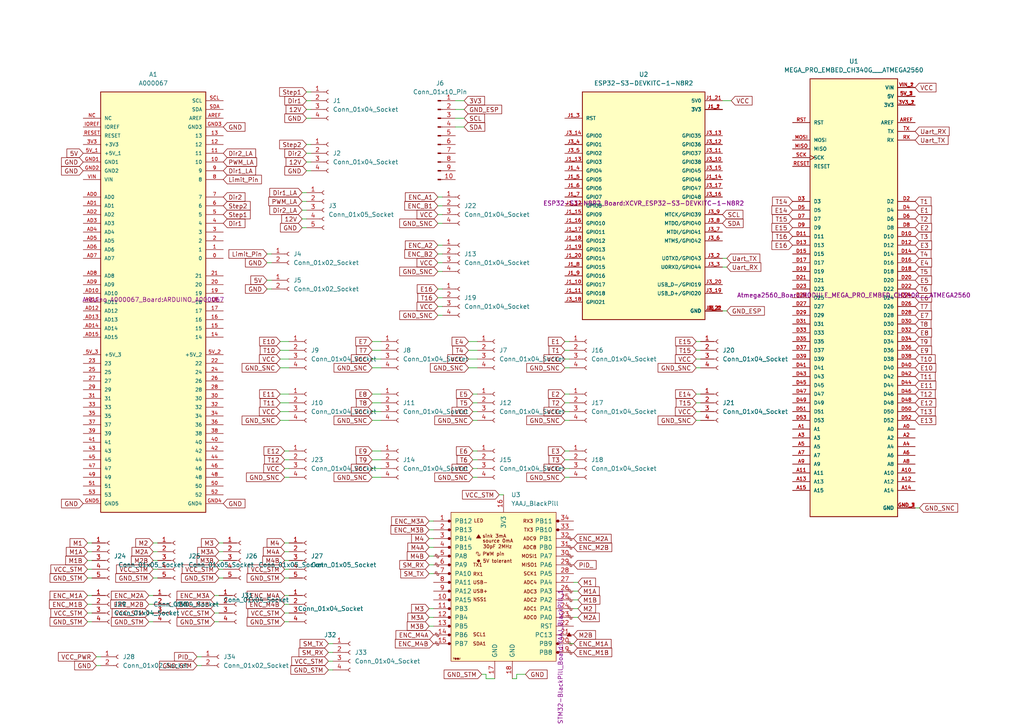
<source format=kicad_sch>
(kicad_sch (version 20230121) (generator eeschema)
  (paper "A4")
  (wire (pts (xy 132.08 34.29) (xy 134.62 34.29)))
  (wire (pts (xy 132.08 36.83) (xy 134.62 36.83)))
  (wire (pts (xy 44.45 162.56) (xy 45.72 162.56)))
  (wire (pts (xy 124.46 151.13) (xy 125.73 151.13)))
  (wire (pts (xy 107.95 106.68) (xy 110.49 106.68)))
  (wire (pts (xy 135.89 104.14) (xy 138.43 104.14)))
  (wire (pts (xy 266.7 147.32) (xy 265.43 147.32)))
  (wire (pts (xy 163.83 101.6) (xy 165.1 101.6)))
  (wire (pts (xy 43.18 177.8) (xy 44.45 177.8)))
  (wire (pts (xy 27.94 193.04) (xy 29.21 193.04)))
  (wire (pts (xy 25.4 180.34) (xy 26.67 180.34)))
  (wire (pts (xy 124.46 166.37) (xy 125.73 166.37)))
  (wire (pts (xy 43.18 175.26) (xy 44.45 175.26)))
  (wire (pts (xy 163.83 114.3) (xy 165.1 114.3)))
  (wire (pts (xy 25.4 162.56) (xy 26.67 162.56)))
  (wire (pts (xy 127 76.2) (xy 128.27 76.2)))
  (wire (pts (xy 82.55 180.34) (xy 83.82 180.34)))
  (wire (pts (xy 95.25 194.31) (xy 96.52 194.31)))
  (wire (pts (xy 44.45 157.48) (xy 45.72 157.48)))
  (wire (pts (xy 82.55 162.56) (xy 83.82 162.56)))
  (wire (pts (xy 107.95 104.14) (xy 110.49 104.14)))
  (wire (pts (xy 82.55 135.89) (xy 83.82 135.89)))
  (wire (pts (xy 127 57.15) (xy 128.27 57.15)))
  (wire (pts (xy 107.95 101.6) (xy 110.49 101.6)))
  (wire (pts (xy 87.63 55.88) (xy 88.9 55.88)))
  (wire (pts (xy 88.9 46.99) (xy 90.17 46.99)))
  (wire (pts (xy 81.28 121.92) (xy 83.82 121.92)))
  (wire (pts (xy 166.37 171.45) (xy 167.64 171.45)))
  (wire (pts (xy 81.28 104.14) (xy 83.82 104.14)))
  (wire (pts (xy 127 59.69) (xy 128.27 59.69)))
  (wire (pts (xy 127 88.9) (xy 128.27 88.9)))
  (wire (pts (xy 166.37 176.53) (xy 167.64 176.53)))
  (wire (pts (xy 63.5 167.64) (xy 64.77 167.64)))
  (wire (pts (xy 124.46 158.75) (xy 125.73 158.75)))
  (wire (pts (xy 165.1 186.69) (xy 166.37 186.69)))
  (wire (pts (xy 77.47 81.28) (xy 78.74 81.28)))
  (wire (pts (xy 163.83 116.84) (xy 165.1 116.84)))
  (wire (pts (xy 25.4 157.48) (xy 26.67 157.48)))
  (wire (pts (xy 77.47 73.66) (xy 78.74 73.66)))
  (wire (pts (xy 87.63 63.5) (xy 88.9 63.5)))
  (wire (pts (xy 82.55 130.81) (xy 83.82 130.81)))
  (wire (pts (xy 124.46 179.07) (xy 125.73 179.07)))
  (wire (pts (xy 107.95 116.84) (xy 110.49 116.84)))
  (wire (pts (xy 163.83 119.38) (xy 165.1 119.38)))
  (wire (pts (xy 140.97 195.58) (xy 140.97 196.85)))
  (wire (pts (xy 124.46 163.83) (xy 125.73 163.83)))
  (wire (pts (xy 44.45 160.02) (xy 45.72 160.02)))
  (wire (pts (xy 163.83 135.89) (xy 165.1 135.89)))
  (wire (pts (xy 57.15 190.5) (xy 58.42 190.5)))
  (wire (pts (xy 201.93 104.14) (xy 203.2 104.14)))
  (wire (pts (xy 27.94 190.5) (xy 29.21 190.5)))
  (wire (pts (xy 132.08 29.21) (xy 134.62 29.21)))
  (wire (pts (xy 137.16 114.3) (xy 138.43 114.3)))
  (wire (pts (xy 82.55 157.48) (xy 83.82 157.48)))
  (wire (pts (xy 63.5 157.48) (xy 64.77 157.48)))
  (wire (pts (xy 77.47 83.82) (xy 78.74 83.82)))
  (wire (pts (xy 88.9 60.96) (xy 87.63 60.96)))
  (wire (pts (xy 44.45 165.1) (xy 45.72 165.1)))
  (wire (pts (xy 140.97 196.85) (xy 143.51 196.85)))
  (wire (pts (xy 82.55 172.72) (xy 83.82 172.72)))
  (wire (pts (xy 209.55 29.21) (xy 212.09 29.21)))
  (wire (pts (xy 201.93 116.84) (xy 203.2 116.84)))
  (wire (pts (xy 25.4 177.8) (xy 26.67 177.8)))
  (wire (pts (xy 127 86.36) (xy 128.27 86.36)))
  (wire (pts (xy 82.55 165.1) (xy 83.82 165.1)))
  (wire (pts (xy 63.5 162.56) (xy 64.77 162.56)))
  (wire (pts (xy 88.9 31.75) (xy 90.17 31.75)))
  (wire (pts (xy 149.86 196.85) (xy 148.59 196.85)))
  (wire (pts (xy 163.83 130.81) (xy 165.1 130.81)))
  (wire (pts (xy 82.55 167.64) (xy 83.82 167.64)))
  (wire (pts (xy 152.4 195.58) (xy 149.86 195.58)))
  (wire (pts (xy 163.83 99.06) (xy 165.1 99.06)))
  (wire (pts (xy 166.37 168.91) (xy 167.64 168.91)))
  (wire (pts (xy 166.37 179.07) (xy 167.64 179.07)))
  (wire (pts (xy 88.9 41.91) (xy 90.17 41.91)))
  (wire (pts (xy 88.9 34.29) (xy 90.17 34.29)))
  (wire (pts (xy 25.4 160.02) (xy 26.67 160.02)))
  (wire (pts (xy 81.28 114.3) (xy 83.82 114.3)))
  (wire (pts (xy 137.16 119.38) (xy 138.43 119.38)))
  (wire (pts (xy 43.18 180.34) (xy 44.45 180.34)))
  (wire (pts (xy 107.95 138.43) (xy 110.49 138.43)))
  (wire (pts (xy 124.46 161.29) (xy 125.73 161.29)))
  (wire (pts (xy 57.15 193.04) (xy 58.42 193.04)))
  (wire (pts (xy 124.46 181.61) (xy 125.73 181.61)))
  (wire (pts (xy 25.4 165.1) (xy 26.67 165.1)))
  (wire (pts (xy 127 62.23) (xy 128.27 62.23)))
  (wire (pts (xy 127 71.12) (xy 128.27 71.12)))
  (wire (pts (xy 201.93 99.06) (xy 203.2 99.06)))
  (wire (pts (xy 81.28 106.68) (xy 83.82 106.68)))
  (wire (pts (xy 137.16 138.43) (xy 138.43 138.43)))
  (wire (pts (xy 87.63 66.04) (xy 88.9 66.04)))
  (wire (pts (xy 127 64.77) (xy 128.27 64.77)))
  (wire (pts (xy 137.16 130.81) (xy 138.43 130.81)))
  (wire (pts (xy 88.9 29.21) (xy 90.17 29.21)))
  (wire (pts (xy 201.93 106.68) (xy 203.2 106.68)))
  (wire (pts (xy 95.25 191.77) (xy 96.52 191.77)))
  (wire (pts (xy 81.28 116.84) (xy 83.82 116.84)))
  (wire (pts (xy 149.86 195.58) (xy 149.86 196.85)))
  (wire (pts (xy 62.23 177.8) (xy 63.5 177.8)))
  (wire (pts (xy 62.23 172.72) (xy 63.5 172.72)))
  (wire (pts (xy 137.16 133.35) (xy 138.43 133.35)))
  (wire (pts (xy 209.55 74.93) (xy 210.82 74.93)))
  (wire (pts (xy 127 83.82) (xy 128.27 83.82)))
  (wire (pts (xy 81.28 99.06) (xy 83.82 99.06)))
  (wire (pts (xy 209.55 77.47) (xy 210.82 77.47)))
  (wire (pts (xy 62.23 180.34) (xy 63.5 180.34)))
  (wire (pts (xy 127 91.44) (xy 128.27 91.44)))
  (wire (pts (xy 166.37 173.99) (xy 167.64 173.99)))
  (wire (pts (xy 25.4 175.26) (xy 26.67 175.26)))
  (wire (pts (xy 144.78 143.51) (xy 146.05 143.51)))
  (wire (pts (xy 163.83 106.68) (xy 165.1 106.68)))
  (wire (pts (xy 127 78.74) (xy 128.27 78.74)))
  (wire (pts (xy 82.55 160.02) (xy 83.82 160.02)))
  (wire (pts (xy 163.83 121.92) (xy 165.1 121.92)))
  (wire (pts (xy 81.28 119.38) (xy 83.82 119.38)))
  (wire (pts (xy 137.16 116.84) (xy 138.43 116.84)))
  (wire (pts (xy 107.95 135.89) (xy 110.49 135.89)))
  (wire (pts (xy 63.5 165.1) (xy 64.77 165.1)))
  (wire (pts (xy 25.4 167.64) (xy 26.67 167.64)))
  (wire (pts (xy 82.55 175.26) (xy 83.82 175.26)))
  (wire (pts (xy 107.95 130.81) (xy 110.49 130.81)))
  (wire (pts (xy 107.95 133.35) (xy 110.49 133.35)))
  (wire (pts (xy 135.89 106.68) (xy 138.43 106.68)))
  (wire (pts (xy 135.89 99.06) (xy 138.43 99.06)))
  (wire (pts (xy 124.46 153.67) (xy 125.73 153.67)))
  (wire (pts (xy 62.23 175.26) (xy 63.5 175.26)))
  (wire (pts (xy 132.08 31.75) (xy 134.62 31.75)))
  (wire (pts (xy 201.93 119.38) (xy 203.2 119.38)))
  (wire (pts (xy 95.25 186.69) (xy 96.52 186.69)))
  (wire (pts (xy 163.83 138.43) (xy 165.1 138.43)))
  (wire (pts (xy 44.45 167.64) (xy 45.72 167.64)))
  (wire (pts (xy 63.5 160.02) (xy 64.77 160.02)))
  (wire (pts (xy 135.89 101.6) (xy 138.43 101.6)))
  (wire (pts (xy 107.95 119.38) (xy 110.49 119.38)))
  (wire (pts (xy 43.18 172.72) (xy 44.45 172.72)))
  (wire (pts (xy 163.83 133.35) (xy 165.1 133.35)))
  (wire (pts (xy 87.63 58.42) (xy 88.9 58.42)))
  (wire (pts (xy 137.16 121.92) (xy 138.43 121.92)))
  (wire (pts (xy 25.4 172.72) (xy 26.67 172.72)))
  (wire (pts (xy 209.55 90.17) (xy 210.82 90.17)))
  (wire (pts (xy 88.9 49.53) (xy 90.17 49.53)))
  (wire (pts (xy 127 73.66) (xy 128.27 73.66)))
  (wire (pts (xy 140.97 195.58) (xy 139.7 195.58)))
  (wire (pts (xy 124.46 176.53) (xy 125.73 176.53)))
  (wire (pts (xy 201.93 114.3) (xy 203.2 114.3)))
  (wire (pts (xy 137.16 135.89) (xy 138.43 135.89)))
  (wire (pts (xy 82.55 133.35) (xy 83.82 133.35)))
  (wire (pts (xy 82.55 177.8) (xy 83.82 177.8)))
  (wire (pts (xy 163.83 104.14) (xy 165.1 104.14)))
  (wire (pts (xy 88.9 44.45) (xy 90.17 44.45)))
  (wire (pts (xy 201.93 101.6) (xy 203.2 101.6)))
  (wire (pts (xy 124.46 156.21) (xy 125.73 156.21)))
  (wire (pts (xy 88.9 26.67) (xy 90.17 26.67)))
  (wire (pts (xy 77.47 76.2) (xy 78.74 76.2)))
  (wire (pts (xy 95.25 189.23) (xy 96.52 189.23)))
  (wire (pts (xy 81.28 101.6) (xy 83.82 101.6)))
  (wire (pts (xy 107.95 121.92) (xy 110.49 121.92)))
  (wire (pts (xy 201.93 121.92) (xy 203.2 121.92)))
  (wire (pts (xy 107.95 114.3) (xy 110.49 114.3)))
  (wire (pts (xy 82.55 138.43) (xy 83.82 138.43)))
  (wire (pts (xy 107.95 99.06) (xy 110.49 99.06)))
  (global_label "GND" (shape input) (at 88.9 34.29 180) (property "Intersheetrefs" "${INTERSHEET_REFS}" (effects hide)))
  (global_label "GND_STM" (shape input) (at 44.45 167.64 180) (property "Intersheetrefs" "${INTERSHEET_REFS}" (effects hide)))
  (global_label "M2" (shape input) (at 44.45 157.48 180) (property "Intersheetrefs" "${INTERSHEET_REFS}" (effects hide)))
  (global_label "GND" (shape input) (at 77.47 76.2 180) (property "Intersheetrefs" "${INTERSHEET_REFS}" (effects hide)))
  (global_label "E8" (shape input) (at 107.95 114.3 180) (property "Intersheetrefs" "${INTERSHEET_REFS}" (effects hide)))
  (global_label "VCC" (shape input) (at 127 62.23 180) (property "Intersheetrefs" "${INTERSHEET_REFS}" (effects hide)))
  (global_label "Step1" (shape input) (at 64.77 62.23 0) (property "Intersheetrefs" "${INTERSHEET_REFS}" (effects hide)))
  (global_label "Dir2" (shape input) (at 88.9 44.45 180) (property "Intersheetrefs" "${INTERSHEET_REFS}" (effects hide)))
  (global_label "VCC_STM" (shape input) (at 82.55 165.1 180) (property "Intersheetrefs" "${INTERSHEET_REFS}" (effects hide)))
  (global_label "E14" (shape input) (at 201.93 114.3 180) (property "Intersheetrefs" "${INTERSHEET_REFS}" (effects hide)))
  (global_label "GND" (shape input) (at 152.4 195.58 0) (property "Intersheetrefs" "${INTERSHEET_REFS}" (effects hide)))
  (global_label "GND_SNC" (shape input) (at 163.83 121.92 180) (property "Intersheetrefs" "${INTERSHEET_REFS}" (effects hide)))
  (global_label "Uart_TX" (shape input) (at 265.43 40.64 0) (property "Intersheetrefs" "${INTERSHEET_REFS}" (effects hide)))
  (global_label "GND_STM" (shape input) (at 25.4 180.34 180) (property "Intersheetrefs" "${INTERSHEET_REFS}" (effects hide)))
  (global_label "T1" (shape input) (at 163.83 101.6 180) (property "Intersheetrefs" "${INTERSHEET_REFS}" (effects hide)))
  (global_label "Step2" (shape input) (at 88.9 41.91 180) (property "Intersheetrefs" "${INTERSHEET_REFS}" (effects hide)))
  (global_label "GND" (shape input) (at 27.94 193.04 180) (property "Intersheetrefs" "${INTERSHEET_REFS}" (effects hide)))
  (global_label "E12" (shape input) (at 265.43 116.84 0) (property "Intersheetrefs" "${INTERSHEET_REFS}" (effects hide)))
  (global_label "E7" (shape input) (at 265.43 91.44 0) (property "Intersheetrefs" "${INTERSHEET_REFS}" (effects hide)))
  (global_label "GND" (shape input) (at 88.9 49.53 180) (property "Intersheetrefs" "${INTERSHEET_REFS}" (effects hide)))
  (global_label "T9" (shape input) (at 107.95 133.35 180) (property "Intersheetrefs" "${INTERSHEET_REFS}" (effects hide)))
  (global_label "ENC_B1" (shape input) (at 127 59.69 180) (property "Intersheetrefs" "${INTERSHEET_REFS}" (effects hide)))
  (global_label "E4" (shape input) (at 265.43 76.2 0) (property "Intersheetrefs" "${INTERSHEET_REFS}" (effects hide)))
  (global_label "E5" (shape input) (at 265.43 81.28 0) (property "Intersheetrefs" "${INTERSHEET_REFS}" (effects hide)))
  (global_label "VCC" (shape input) (at 81.28 119.38 180) (property "Intersheetrefs" "${INTERSHEET_REFS}" (effects hide)))
  (global_label "ENC_A1" (shape input) (at 127 57.15 180) (property "Intersheetrefs" "${INTERSHEET_REFS}" (effects hide)))
  (global_label "T6" (shape input) (at 265.43 83.82 0) (property "Intersheetrefs" "${INTERSHEET_REFS}" (effects hide)))
  (global_label "T11" (shape input) (at 265.43 109.22 0) (property "Intersheetrefs" "${INTERSHEET_REFS}" (effects hide)))
  (global_label "VCC" (shape input) (at 163.83 135.89 180) (property "Intersheetrefs" "${INTERSHEET_REFS}" (effects hide)))
  (global_label "GND_SNC" (shape input) (at 107.95 121.92 180) (property "Intersheetrefs" "${INTERSHEET_REFS}" (effects hide)))
  (global_label "T12" (shape input) (at 82.55 133.35 180) (property "Intersheetrefs" "${INTERSHEET_REFS}" (effects hide)))
  (global_label "T15" (shape input) (at 201.93 101.6 180) (property "Intersheetrefs" "${INTERSHEET_REFS}" (effects hide)))
  (global_label "M3B" (shape input) (at 124.46 181.61 180) (property "Intersheetrefs" "${INTERSHEET_REFS}" (effects hide)))
  (global_label "VCC_PWR" (shape input) (at 27.94 190.5 180) (property "Intersheetrefs" "${INTERSHEET_REFS}" (effects hide)))
  (global_label "SCL" (shape input) (at 209.55 62.23 0) (property "Intersheetrefs" "${INTERSHEET_REFS}" (effects hide)))
  (global_label "E13" (shape input) (at 265.43 121.92 0) (property "Intersheetrefs" "${INTERSHEET_REFS}" (effects hide)))
  (global_label "GND_SNC" (shape input) (at 135.89 106.68 180) (property "Intersheetrefs" "${INTERSHEET_REFS}" (effects hide)))
  (global_label "Step2" (shape input) (at 64.77 59.69 0) (property "Intersheetrefs" "${INTERSHEET_REFS}" (effects hide)))
  (global_label "M1" (shape input) (at 25.4 157.48 180) (property "Intersheetrefs" "${INTERSHEET_REFS}" (effects hide)))
  (global_label "GND_STM" (shape input) (at 25.4 167.64 180) (property "Intersheetrefs" "${INTERSHEET_REFS}" (effects hide)))
  (global_label "ENC_M2A" (shape input) (at 166.37 156.21 0) (property "Intersheetrefs" "${INTERSHEET_REFS}" (effects hide)))
  (global_label "ENC_M2B" (shape input) (at 43.18 175.26 180) (property "Intersheetrefs" "${INTERSHEET_REFS}" (effects hide)))
  (global_label "Uart_RX" (shape input) (at 210.82 77.47 0) (property "Intersheetrefs" "${INTERSHEET_REFS}" (effects hide)))
  (global_label "E4" (shape input) (at 135.89 99.06 180) (property "Intersheetrefs" "${INTERSHEET_REFS}" (effects hide)))
  (global_label "Limit_Pin" (shape input) (at 77.47 73.66 180) (property "Intersheetrefs" "${INTERSHEET_REFS}" (effects hide)))
  (global_label "SDA" (shape input) (at 134.62 36.83 0) (property "Intersheetrefs" "${INTERSHEET_REFS}" (effects hide)))
  (global_label "VCC_STM" (shape input) (at 63.5 165.1 180) (property "Intersheetrefs" "${INTERSHEET_REFS}" (effects hide)))
  (global_label "M3" (shape input) (at 124.46 176.53 180) (property "Intersheetrefs" "${INTERSHEET_REFS}" (effects hide)))
  (global_label "GND_SNC" (shape input) (at 201.93 106.68 180) (property "Intersheetrefs" "${INTERSHEET_REFS}" (effects hide)))
  (global_label "Uart_RX" (shape input) (at 265.43 38.1 0) (property "Intersheetrefs" "${INTERSHEET_REFS}" (effects hide)))
  (global_label "T5" (shape input) (at 265.43 78.74 0) (property "Intersheetrefs" "${INTERSHEET_REFS}" (effects hide)))
  (global_label "M2B" (shape input) (at 44.45 162.56 180) (property "Intersheetrefs" "${INTERSHEET_REFS}" (effects hide)))
  (global_label "M4" (shape input) (at 124.46 156.21 180) (property "Intersheetrefs" "${INTERSHEET_REFS}" (effects hide)))
  (global_label "VCC" (shape input) (at 201.93 119.38 180) (property "Intersheetrefs" "${INTERSHEET_REFS}" (effects hide)))
  (global_label "SM_TX" (shape input) (at 95.25 186.69 180) (property "Intersheetrefs" "${INTERSHEET_REFS}" (effects hide)))
  (global_label "E10" (shape input) (at 81.28 99.06 180) (property "Intersheetrefs" "${INTERSHEET_REFS}" (effects hide)))
  (global_label "Dir1_LA" (shape input) (at 87.63 55.88 180) (property "Intersheetrefs" "${INTERSHEET_REFS}" (effects hide)) (property "PWM_LA" "PWM_LA" (effects hide)) (property "GND" "GND" (effects hide)) (property "12V" "12V" (effects hide)) (property "5V" "5V" (effects hide)) (property "Dir2" "Dir2" (effects hide)) (property "Dir1" "Dir1" (effects hide)) (property "Dir1_LA" "Dir1_LA" (effects hide)) (property "Limit_Pin" "Limit_Pin" (effects hide)) (property "Step1" "Step1" (effects hide)) (property "Step2" "Step2" (effects hide)) (property "3V3" "3V3" (effects hide)))
  (global_label "GND" (shape input) (at 24.13 46.99 180) (property "Intersheetrefs" "${INTERSHEET_REFS}" (effects hide)))
  (global_label "T5" (shape input) (at 137.16 116.84 180) (property "Intersheetrefs" "${INTERSHEET_REFS}" (effects hide)))
  (global_label "T15" (shape input) (at 229.87 63.5 180) (property "Intersheetrefs" "${INTERSHEET_REFS}" (effects hide)))
  (global_label "ENC_M2A" (shape input) (at 43.18 172.72 180) (property "Intersheetrefs" "${INTERSHEET_REFS}" (effects hide)))
  (global_label "T16" (shape input) (at 229.87 68.58 180) (property "Intersheetrefs" "${INTERSHEET_REFS}" (effects hide)))
  (global_label "GND_SNC" (shape input) (at 81.28 121.92 180) (property "Intersheetrefs" "${INTERSHEET_REFS}" (effects hide)))
  (global_label "M1B" (shape input) (at 25.4 162.56 180) (property "Intersheetrefs" "${INTERSHEET_REFS}" (effects hide)))
  (global_label "VCC" (shape input) (at 201.93 104.14 180) (property "Intersheetrefs" "${INTERSHEET_REFS}" (effects hide)))
  (global_label "GND_ESP" (shape input) (at 210.82 90.17 0) (property "Intersheetrefs" "${INTERSHEET_REFS}" (effects hide)))
  (global_label "M4A" (shape input) (at 124.46 158.75 180) (property "Intersheetrefs" "${INTERSHEET_REFS}" (effects hide)))
  (global_label "T9" (shape input) (at 265.43 99.06 0) (property "Intersheetrefs" "${INTERSHEET_REFS}" (effects hide)))
  (global_label "VCC" (shape input) (at 127 76.2 180) (property "Intersheetrefs" "${INTERSHEET_REFS}" (effects hide)))
  (global_label "T4" (shape input) (at 265.43 73.66 0) (property "Intersheetrefs" "${INTERSHEET_REFS}" (effects hide)))
  (global_label "GND_SNC" (shape input) (at 137.16 138.43 180) (property "Intersheetrefs" "${INTERSHEET_REFS}" (effects hide)))
  (global_label "Dir1_LA" (shape input) (at 64.77 49.53 0) (property "Intersheetrefs" "${INTERSHEET_REFS}" (effects hide)))
  (global_label "Limit_Pin" (shape input) (at 64.77 52.07 0) (property "Intersheetrefs" "${INTERSHEET_REFS}" (effects hide)))
  (global_label "M4B" (shape input) (at 82.55 162.56 180) (property "Intersheetrefs" "${INTERSHEET_REFS}" (effects hide)))
  (global_label "VCC" (shape input) (at 82.55 135.89 180) (property "Intersheetrefs" "${INTERSHEET_REFS}" (effects hide)))
  (global_label "E12" (shape input) (at 82.55 130.81 180) (property "Intersheetrefs" "${INTERSHEET_REFS}" (effects hide)))
  (global_label "T15" (shape input) (at 201.93 116.84 180) (property "Intersheetrefs" "${INTERSHEET_REFS}" (effects hide)))
  (global_label "E7" (shape input) (at 107.95 99.06 180) (property "Intersheetrefs" "${INTERSHEET_REFS}" (effects hide)))
  (global_label "GND_STM" (shape input) (at 57.15 193.04 180) (property "Intersheetrefs" "${INTERSHEET_REFS}" (effects hide)))
  (global_label "12V" (shape input) (at 87.63 63.5 180) (property "Intersheetrefs" "${INTERSHEET_REFS}" (effects hide)))
  (global_label "VCC_STM" (shape input) (at 144.78 143.51 180) (property "Intersheetrefs" "${INTERSHEET_REFS}" (effects hide)))
  (global_label "GND_SNC" (shape input) (at 137.16 121.92 180) (property "Intersheetrefs" "${INTERSHEET_REFS}" (effects hide)))
  (global_label "VCC" (shape input) (at 107.95 104.14 180) (property "Intersheetrefs" "${INTERSHEET_REFS}" (effects hide)))
  (global_label "GND_SNC" (shape input) (at 127 91.44 180) (property "Intersheetrefs" "${INTERSHEET_REFS}" (effects hide)))
  (global_label "ENC_M4A" (shape input) (at 82.55 172.72 180) (property "Intersheetrefs" "${INTERSHEET_REFS}" (effects hide)))
  (global_label "Dir1" (shape input) (at 64.77 64.77 0) (property "Intersheetrefs" "${INTERSHEET_REFS}" (effects hide)))
  (global_label "5V" (shape input) (at 24.13 44.45 180) (property "Intersheetrefs" "${INTERSHEET_REFS}" (effects hide)))
  (global_label "T16" (shape input) (at 127 86.36 180) (property "Intersheetrefs" "${INTERSHEET_REFS}" (effects hide)))
  (global_label "M3A" (shape input) (at 63.5 160.02 180) (property "Intersheetrefs" "${INTERSHEET_REFS}" (effects hide)))
  (global_label "T7" (shape input) (at 107.95 101.6 180) (property "Intersheetrefs" "${INTERSHEET_REFS}" (effects hide)))
  (global_label "VCC" (shape input) (at 137.16 119.38 180) (property "Intersheetrefs" "${INTERSHEET_REFS}" (effects hide)))
  (global_label "M4A" (shape input) (at 82.55 160.02 180) (property "Intersheetrefs" "${INTERSHEET_REFS}" (effects hide)))
  (global_label "E6" (shape input) (at 265.43 86.36 0) (property "Intersheetrefs" "${INTERSHEET_REFS}" (effects hide)))
  (global_label "M4" (shape input) (at 82.55 157.48 180) (property "Intersheetrefs" "${INTERSHEET_REFS}" (effects hide)))
  (global_label "T14" (shape input) (at 229.87 58.42 180) (property "Intersheetrefs" "${INTERSHEET_REFS}" (effects hide)))
  (global_label "VCC_STM" (shape input) (at 62.23 177.8 180) (property "Intersheetrefs" "${INTERSHEET_REFS}" (effects hide)))
  (global_label "M2A" (shape input) (at 44.45 160.02 180) (property "Intersheetrefs" "${INTERSHEET_REFS}" (effects hide)))
  (global_label "VCC_STM" (shape input) (at 25.4 177.8 180) (property "Intersheetrefs" "${INTERSHEET_REFS}" (effects hide)))
  (global_label "VCC_STM" (shape input) (at 44.45 165.1 180) (property "Intersheetrefs" "${INTERSHEET_REFS}" (effects hide)))
  (global_label "GND_SNC" (shape input) (at 127 78.74 180) (property "Intersheetrefs" "${INTERSHEET_REFS}" (effects hide)))
  (global_label "VCC" (shape input) (at 265.43 25.4 0) (property "Intersheetrefs" "${INTERSHEET_REFS}" (effects hide)))
  (global_label "VCC_STM" (shape input) (at 43.18 177.8 180) (property "Intersheetrefs" "${INTERSHEET_REFS}" (effects hide)))
  (global_label "M3A" (shape input) (at 124.46 179.07 180) (property "Intersheetrefs" "${INTERSHEET_REFS}" (effects hide)))
  (global_label "T1" (shape input) (at 265.43 58.42 0) (property "Intersheetrefs" "${INTERSHEET_REFS}" (effects hide)))
  (global_label "GND_STM" (shape input) (at 62.23 180.34 180) (property "Intersheetrefs" "${INTERSHEET_REFS}" (effects hide)))
  (global_label "VCC" (shape input) (at 137.16 135.89 180) (property "Intersheetrefs" "${INTERSHEET_REFS}" (effects hide)))
  (global_label "GND_SNC" (shape input) (at 163.83 138.43 180) (property "Intersheetrefs" "${INTERSHEET_REFS}" (effects hide)))
  (global_label "GND_STM" (shape input) (at 82.55 167.64 180) (property "Intersheetrefs" "${INTERSHEET_REFS}" (effects hide)))
  (global_label "M2A" (shape input) (at 167.64 179.07 0) (property "Intersheetrefs" "${INTERSHEET_REFS}" (effects hide)))
  (global_label "GND_SNC" (shape input) (at 81.28 106.68 180) (property "Intersheetrefs" "${INTERSHEET_REFS}" (effects hide)))
  (global_label "Uart_TX" (shape input) (at 210.82 74.93 0) (property "Intersheetrefs" "${INTERSHEET_REFS}" (effects hide)))
  (global_label "PID_" (shape input) (at 166.37 163.83 0) (property "Intersheetrefs" "${INTERSHEET_REFS}" (effects hide)))
  (global_label "SCL" (shape input) (at 134.62 34.29 0) (property "Intersheetrefs" "${INTERSHEET_REFS}" (effects hide)))
  (global_label "GND_SNC" (shape input) (at 201.93 121.92 180) (property "Intersheetrefs" "${INTERSHEET_REFS}" (effects hide)))
  (global_label "T10" (shape input) (at 81.28 101.6 180) (property "Intersheetrefs" "${INTERSHEET_REFS}" (effects hide)))
  (global_label "ENC_A2" (shape input) (at 127 71.12 180) (property "Intersheetrefs" "${INTERSHEET_REFS}" (effects hide)))
  (global_label "T13" (shape input) (at 265.43 119.38 0) (property "Intersheetrefs" "${INTERSHEET_REFS}" (effects hide)))
  (global_label "PWM_LA" (shape input) (at 64.77 46.99 0) (property "Intersheetrefs" "${INTERSHEET_REFS}" (effects hide)))
  (global_label "M3" (shape input) (at 63.5 157.48 180) (property "Intersheetrefs" "${INTERSHEET_REFS}" (effects hide)))
  (global_label "GND_STM" (shape input) (at 63.5 167.64 180) (property "Intersheetrefs" "${INTERSHEET_REFS}" (effects hide)))
  (global_label "ENC_M4B" (shape input) (at 82.55 175.26 180) (property "Intersheetrefs" "${INTERSHEET_REFS}" (effects hide)))
  (global_label "E14" (shape input) (at 229.87 60.96 180) (property "Intersheetrefs" "${INTERSHEET_REFS}" (effects hide)))
  (global_label "T2" (shape input) (at 265.43 63.5 0) (property "Intersheetrefs" "${INTERSHEET_REFS}" (effects hide)))
  (global_label "T8" (shape input) (at 107.95 116.84 180) (property "Intersheetrefs" "${INTERSHEET_REFS}" (effects hide)))
  (global_label "M1A" (shape input) (at 167.64 171.45 0) (property "Intersheetrefs" "${INTERSHEET_REFS}" (effects hide)))
  (global_label "VCC" (shape input) (at 127 88.9 180) (property "Intersheetrefs" "${INTERSHEET_REFS}" (effects hide)))
  (global_label "E3" (shape input) (at 265.43 71.12 0) (property "Intersheetrefs" "${INTERSHEET_REFS}" (effects hide)))
  (global_label "5V" (shape input) (at 77.47 81.28 180) (property "Intersheetrefs" "${INTERSHEET_REFS}" (effects hide)))
  (global_label "VCC_STM" (shape input) (at 95.25 191.77 180) (property "Intersheetrefs" "${INTERSHEET_REFS}" (effects hide)))
  (global_label "ENC_M1A" (shape input) (at 166.37 186.69 0) (property "Intersheetrefs" "${INTERSHEET_REFS}" (effects hide)))
  (global_label "Dir2_LA" (shape input) (at 64.77 44.45 0) (property "Intersheetrefs" "${INTERSHEET_REFS}" (effects hide)))
  (global_label "E5" (shape input) (at 137.16 114.3 180) (property "Intersheetrefs" "${INTERSHEET_REFS}" (effects hide)))
  (global_label "SM_RX" (shape input) (at 95.25 189.23 180) (property "Intersheetrefs" "${INTERSHEET_REFS}" (effects hide)))
  (global_label "E1" (shape input) (at 265.43 60.96 0) (property "Intersheetrefs" "${INTERSHEET_REFS}" (effects hide)))
  (global_label "E11" (shape input) (at 265.43 111.76 0) (property "Intersheetrefs" "${INTERSHEET_REFS}" (effects hide)))
  (global_label "GND_SNC" (shape input) (at 266.7 147.32 0) (property "Intersheetrefs" "${INTERSHEET_REFS}" (effects hide)))
  (global_label "ENC_M3B" (shape input) (at 124.46 153.67 180) (property "Intersheetrefs" "${INTERSHEET_REFS}" (effects hide)))
  (global_label "VCC" (shape input) (at 163.83 119.38 180) (property "Intersheetrefs" "${INTERSHEET_REFS}" (effects hide)))
  (global_label "E2" (shape input) (at 265.43 66.04 0) (property "Intersheetrefs" "${INTERSHEET_REFS}" (effects hide)))
  (global_label "3V3" (shape input) (at 134.62 29.21 0) (property "Intersheetrefs" "${INTERSHEET_REFS}" (effects hide)))
  (global_label "M4B" (shape input) (at 124.46 161.29 180) (property "Intersheetrefs" "${INTERSHEET_REFS}" (effects hide)))
  (global_label "M1B" (shape input) (at 167.64 173.99 0) (property "Intersheetrefs" "${INTERSHEET_REFS}" (effects hide)))
  (global_label "GND" (shape input) (at 64.77 36.83 0) (property "Intersheetrefs" "${INTERSHEET_REFS}" (effects hide)))
  (global_label "VCC_STM" (shape input) (at 25.4 165.1 180) (property "Intersheetrefs" "${INTERSHEET_REFS}" (effects hide)))
  (global_label "GND_SNC" (shape input) (at 107.95 138.43 180) (property "Intersheetrefs" "${INTERSHEET_REFS}" (effects hide)))
  (global_label "ENC_B2" (shape input) (at 127 73.66 180) (property "Intersheetrefs" "${INTERSHEET_REFS}" (effects hide)))
  (global_label "GND" (shape input) (at 77.47 83.82 180) (property "Intersheetrefs" "${INTERSHEET_REFS}" (effects hide)))
  (global_label "ENC_M1B" (shape input) (at 166.37 189.23 0) (property "Intersheetrefs" "${INTERSHEET_REFS}" (effects hide)))
  (global_label "T12" (shape input) (at 265.43 114.3 0) (property "Intersheetrefs" "${INTERSHEET_REFS}" (effects hide)))
  (global_label "T7" (shape input) (at 265.43 88.9 0) (property "Intersheetrefs" "${INTERSHEET_REFS}" (effects hide)))
  (global_label "E15" (shape input) (at 229.87 66.04 180) (property "Intersheetrefs" "${INTERSHEET_REFS}" (effects hide)))
  (global_label "GND_STM" (shape input) (at 139.7 195.58 180) (property "Intersheetrefs" "${INTERSHEET_REFS}" (effects hide)))
  (global_label "VCC" (shape input) (at 107.95 119.38 180) (property "Intersheetrefs" "${INTERSHEET_REFS}" (effects hide)))
  (global_label "Dir2_LA" (shape input) (at 87.63 60.96 180) (property "Intersheetrefs" "${INTERSHEET_REFS}" (effects hide)))
  (global_label "ENC_M1A" (shape input) (at 25.4 172.72 180) (property "Intersheetrefs" "${INTERSHEET_REFS}" (effects hide)))
  (global_label "E9" (shape input) (at 107.95 130.81 180) (property "Intersheetrefs" "${INTERSHEET_REFS}" (effects hide)))
  (global_label "12V" (shape input) (at 88.9 46.99 180) (property "Intersheetrefs" "${INTERSHEET_REFS}" (effects hide)))
  (global_label "VCC" (shape input) (at 107.95 135.89 180) (property "Intersheetrefs" "${INTERSHEET_REFS}" (effects hide)))
  (global_label "VCC" (shape input) (at 81.28 104.14 180) (property "Intersheetrefs" "${INTERSHEET_REFS}" (effects hide)))
  (global_label "T4" (shape input) (at 135.89 101.6 180) (property "Intersheetrefs" "${INTERSHEET_REFS}" (effects hide)))
  (global_label "GND" (shape input) (at 24.13 146.05 180) (property "Intersheetrefs" "${INTERSHEET_REFS}" (effects hide)))
  (global_label "E11" (shape input) (at 81.28 114.3 180) (property "Intersheetrefs" "${INTERSHEET_REFS}" (effects hide)))
  (global_label "Step1" (shape input) (at 88.9 26.67 180) (property "Intersheetrefs" "${INTERSHEET_REFS}" (effects hide)))
  (global_label "T3" (shape input) (at 265.43 68.58 0) (property "Intersheetrefs" "${INTERSHEET_REFS}" (effects hide)))
  (global_label "T3" (shape input) (at 163.83 133.35 180) (property "Intersheetrefs" "${INTERSHEET_REFS}" (effects hide)))
  (global_label "M3B" (shape input) (at 63.5 162.56 180) (property "Intersheetrefs" "${INTERSHEET_REFS}" (effects hide)))
  (global_label "E2" (shape input) (at 163.83 114.3 180) (property "Intersheetrefs" "${INTERSHEET_REFS}" (effects hide)))
  (global_label "E9" (shape input) (at 265.43 101.6 0) (property "Intersheetrefs" "${INTERSHEET_REFS}" (effects hide)))
  (global_label "GND_STM" (shape input) (at 95.25 194.31 180) (property "Intersheetrefs" "${INTERSHEET_REFS}" (effects hide)))
  (global_label "M2B" (shape input) (at 166.37 184.15 0) (property "Intersheetrefs" "${INTERSHEET_REFS}" (effects hide)))
  (global_label "M1A" (shape input) (at 25.4 160.02 180) (property "Intersheetrefs" "${INTERSHEET_REFS}" (effects hide)))
  (global_label "SDA" (shape input) (at 209.55 64.77 0) (property "Intersheetrefs" "${INTERSHEET_REFS}" (effects hide)))
  (global_label "E8" (shape input) (at 265.43 96.52 0) (property "Intersheetrefs" "${INTERSHEET_REFS}" (effects hide)))
  (global_label "GND" (shape input) (at 24.13 49.53 180) (property "Intersheetrefs" "${INTERSHEET_REFS}" (effects hide)))
  (global_label "ENC_M4A" (shape input) (at 125.73 184.15 180) (property "Intersheetrefs" "${INTERSHEET_REFS}" (effects hide)))
  (global_label "GND_SNC" (shape input) (at 163.83 106.68 180) (property "Intersheetrefs" "${INTERSHEET_REFS}" (effects hide)))
  (global_label "PID_" (shape input) (at 57.15 190.5 180) (property "Intersheetrefs" "${INTERSHEET_REFS}" (effects hide)))
  (global_label "E15" (shape input) (at 201.93 99.06 180) (property "Intersheetrefs" "${INTERSHEET_REFS}" (effects hide)))
  (global_label "12V" (shape input) (at 88.9 31.75 180) (property "Intersheetrefs" "${INTERSHEET_REFS}" (effects hide)))
  (global_label "PWM_LA" (shape input) (at 87.63 58.42 180) (property "Intersheetrefs" "${INTERSHEET_REFS}" (effects hide)))
  (global_label "SM_RX" (shape input) (at 124.46 163.83 180) (property "Intersheetrefs" "${INTERSHEET_REFS}" (effects hide)))
  (global_label "Dir2" (shape input) (at 64.77 57.15 0) (property "Intersheetrefs" "${INTERSHEET_REFS}" (effects hide)))
  (global_label "VCC" (shape input) (at 163.83 104.14 180) (property "Intersheetrefs" "${INTERSHEET_REFS}" (effects hide)))
  (global_label "E16" (shape input) (at 229.87 71.12 180) (property "Intersheetrefs" "${INTERSHEET_REFS}" (effects hide)))
  (global_label "ENC_M2B" (shape input) (at 166.37 158.75 0) (property "Intersheetrefs" "${INTERSHEET_REFS}" (effects hide)))
  (global_label "T6" (shape input) (at 137.16 133.35 180) (property "Intersheetrefs" "${INTERSHEET_REFS}" (effects hide)))
  (global_label "Dir1" (shape input) (at 88.9 29.21 180) (property "Intersheetrefs" "${INTERSHEET_REFS}" (effects hide)))
  (global_label "E1" (shape input) (at 163.83 99.06 180) (property "Intersheetrefs" "${INTERSHEET_REFS}" (effects hide)))
  (global_label "E3" (shape input) (at 163.83 130.81 180) (property "Intersheetrefs" "${INTERSHEET_REFS}" (effects hide)))
  (global_label "E10" (shape input) (at 265.43 106.68 0) (property "Intersheetrefs" "${INTERSHEET_REFS}" (effects hide)))
  (global_label "GND_STM" (shape input) (at 82.55 180.34 180) (property "Intersheetrefs" "${INTERSHEET_REFS}" (effects hide)))
  (global_label "ENC_M1B" (shape input) (at 25.4 175.26 180) (property "Intersheetrefs" "${INTERSHEET_REFS}" (effects hide)))
  (global_label "VCC" (shape input) (at 135.89 104.14 180) (property "Intersheetrefs" "${INTERSHEET_REFS}" (effects hide)))
  (global_label "ENC_M3B" (shape input) (at 62.23 175.26 180) (property "Intersheetrefs" "${INTERSHEET_REFS}" (effects hide)))
  (global_label "T8" (shape input) (at 265.43 93.98 0) (property "Intersheetrefs" "${INTERSHEET_REFS}" (effects hide)))
  (global_label "GND_SNC" (shape input) (at 107.95 106.68 180) (property "Intersheetrefs" "${INTERSHEET_REFS}" (effects hide)))
  (global_label "T10" (shape input) (at 265.43 104.14 0) (property "Intersheetrefs" "${INTERSHEET_REFS}" (effects hide)))
  (global_label "GND_SNC" (shape input) (at 82.55 138.43 180) (property "Intersheetrefs" "${INTERSHEET_REFS}" (effects hide)))
  (global_label "E6" (shape input) (at 137.16 130.81 180) (property "Intersheetrefs" "${INTERSHEET_REFS}" (effects hide)))
  (global_label "M1" (shape input) (at 167.64 168.91 0) (property "Intersheetrefs" "${INTERSHEET_REFS}" (effects hide)))
  (global_label "GND" (shape input) (at 87.63 66.04 180) (property "Intersheetrefs" "${INTERSHEET_REFS}" (effects hide)))
  (global_label "GND_STM" (shape input) (at 43.18 180.34 180) (property "Intersheetrefs" "${INTERSHEET_REFS}" (effects hide)))
  (global_label "VCC_STM" (shape input) (at 82.55 177.8 180) (property "Intersheetrefs" "${INTERSHEET_REFS}" (effects hide)))
  (global_label "ENC_M4B" (shape input) (at 125.73 186.69 180) (property "Intersheetrefs" "${INTERSHEET_REFS}" (effects hide)))
  (global_label "T11" (shape input) (at 81.28 116.84 180) (property "Intersheetrefs" "${INTERSHEET_REFS}" (effects hide)))
  (global_label "GND_ESP" (shape input) (at 134.62 31.75 0) (property "Intersheetrefs" "${INTERSHEET_REFS}" (effects hide)))
  (global_label "M2" (shape input) (at 167.64 176.53 0) (property "Intersheetrefs" "${INTERSHEET_REFS}" (effects hide)))
  (global_label "ENC_M3A" (shape input) (at 62.23 172.72 180) (property "Intersheetrefs" "${INTERSHEET_REFS}" (effects hide)))
  (global_label "SM_TX" (shape input) (at 124.46 166.37 180) (property "Intersheetrefs" "${INTERSHEET_REFS}" (effects hide)))
  (global_label "VCC" (shape input) (at 212.09 29.21 0) (property "Intersheetrefs" "${INTERSHEET_REFS}" (effects hide)))
  (global_label "GND" (shape input) (at 64.77 146.05 0) (property "Intersheetrefs" "${INTERSHEET_REFS}" (effects hide)))
  (global_label "T2" (shape input) (at 163.83 116.84 180) (property "Intersheetrefs" "${INTERSHEET_REFS}" (effects hide)))
  (global_label "E16" (shape input) (at 127 83.82 180) (property "Intersheetrefs" "${INTERSHEET_REFS}" (effects hide)))
  (global_label "GND_SNC" (shape input) (at 127 64.77 180) (property "Intersheetrefs" "${INTERSHEET_REFS}" (effects hide)))
  (global_label "ENC_M3A" (shape input) (at 124.46 151.13 180) (property "Intersheetrefs" "${INTERSHEET_REFS}" (effects hide)))
  (symbol (lib_id "Connector:Conn_01x04_Socket") (at 49.53 175.26 0) (unit 1)
    (property "Reference" "J30" (at 50.8 175.26 0) (effects (justify left)))
    (property "Value" "Conn_01x04_Socket" (at 44.45 175.26 0) (effects (justify left)))
    (property "Footprint" "Connector_JST:JST_XH_B4B-XH-A_1x04_P2.50mm_Vertical" (effects hide))
  )
  (symbol (lib_id "Connector:Conn_01x04_Socket") (at 88.9 101.6 0) (unit 1)
    (property "Reference" "J9" (at 90.17 101.6 0) (effects (justify left)))
    (property "Value" "Conn_01x04_Socket" (at 90.17 104.14 0) (effects (justify left)))
    (property "Footprint" "Connector_JST:JST_XH_B4B-XH-A_1x04_P2.50mm_Vertical" (effects hide))
  )
  (symbol (lib_id "Connector:Conn_01x04_Socket") (at 88.9 133.35 0) (unit 1)
    (property "Reference" "J23" (at 90.17 133.35 0) (effects (justify left)))
    (property "Value" "Conn_01x04_Socket" (at 90.17 135.89 0) (effects (justify left)))
    (property "Footprint" "Connector_JST:JST_XH_B4B-XH-A_1x04_P2.50mm_Vertical" (effects hide))
  )
  (symbol (lib_id "Connector:Conn_01x04_Socket") (at 115.57 133.35 0) (unit 1)
    (property "Reference" "J14" (at 116.84 133.35 0) (effects (justify left)))
    (property "Value" "Conn_01x04_Socket" (at 116.84 135.89 0) (effects (justify left)))
    (property "Footprint" "Connector_JST:JST_XH_B4B-XH-A_1x04_P2.50mm_Vertical" (effects hide))
  )
  (symbol (lib_id "Connector:Conn_01x02_Socket") (at 63.5 190.5 0) (unit 1)
    (property "Reference" "J34" (at 64.77 190.5 0) (effects (justify left)))
    (property "Value" "Conn_01x02_Socket" (at 64.77 193.04 0) (effects (justify left)))
    (property "Footprint" "Connector_JST:JST_XH_B2B-XH-A_1x02_P2.50mm_Vertical" (effects hide))
  )
  (symbol (lib_id "MEGA_PRO_EMBED_CH340G___ATMEGA2560:MEGA_PRO_EMBED_CH340G___ATMEGA2560") (at 247.65 86.36 0) (unit 1)
    (property "Reference" "U1" (at 247.65 17.78 0))
    (property "Value" "MEGA_PRO_EMBED_CH340G___ATMEGA2560" (at 247.65 20.32 0))
    (property "Footprint" "Atmega2560_Board:MODULE_MEGA_PRO_EMBED_CH340G___ATMEGA2560" (at 247.65 86.36 0) (effects (justify bottom)))
    (property "MF" "Robotdyn" (effects hide))
    (property "Description" "\n" (effects hide))
    (property "Package" "None" (effects hide))
    (property "Price" "None" (effects hide))
    (property "Check_prices" "https://www.snapeda.com/parts/Mega%20Pro%20Embed%20CH340G%20/%20ATmega2560/Robotdyn/view-part/?ref=eda" (effects hide))
    (property "STANDARD" "Manufacturer Recommendations" (effects hide))
    (property "PARTREV" "12/May/2017" (effects hide))
    (property "SnapEDA_Link" "https://www.snapeda.com/parts/Mega%20Pro%20Embed%20CH340G%20/%20ATmega2560/Robotdyn/view-part/?ref=snap" (effects hide))
    (property "MP" "Mega Pro Embed CH340G / ATmega2560" (effects hide))
    (property "Availability" "Not in stock" (effects hide))
    (property "MANUFACTURER" "Robotdyn" (effects hide))
  )
  (symbol (lib_id "Connector:Conn_01x02_Socket") (at 83.82 73.66 0) (unit 1)
    (property "Reference" "J4" (at 85.09 73.66 0) (effects (justify left)))
    (property "Value" "Conn_01x02_Socket" (at 85.09 76.2 0) (effects (justify left)))
    (property "Footprint" "Connector_JST:JST_XH_B2B-XH-A_1x02_P2.50mm_Vertical" (effects hide))
  )
  (symbol (lib_id "Connector:Conn_01x04_Socket") (at 88.9 116.84 0) (unit 1)
    (property "Reference" "J10" (at 90.17 116.84 0) (effects (justify left)))
    (property "Value" "Conn_01x04_Socket" (at 90.17 119.38 0) (effects (justify left)))
    (property "Footprint" "Connector_JST:JST_XH_B4B-XH-A_1x04_P2.50mm_Vertical" (effects hide))
  )
  (symbol (lib_id "Connector:Conn_01x02_Socket") (at 34.29 190.5 0) (unit 1)
    (property "Reference" "J28" (at 35.56 190.5 0) (effects (justify left)))
    (property "Value" "Conn_01x02_Socket" (at 35.56 193.04 0) (effects (justify left)))
    (property "Footprint" "Connector_JST:JST_XH_B2B-XH-A_1x02_P2.50mm_Vertical" (effects hide))
  )
  (symbol (lib_id "Connector:Conn_01x04_Socket") (at 95.25 29.21 0) (unit 1)
    (property "Reference" "J1" (at 96.52 29.21 0) (effects (justify left)))
    (property "Value" "Conn_01x04_Socket" (at 96.52 31.75 0) (effects (justify left)))
    (property "Footprint" "Connector_JST:JST_XH_B4B-XH-A_1x04_P2.50mm_Vertical" (effects hide))
  )
  (symbol (lib_id "Connector:Conn_01x04_Socket") (at 143.51 101.6 0) (unit 1)
    (property "Reference" "J7" (at 144.78 101.6 0) (effects (justify left)))
    (property "Value" "Conn_01x04_Socket" (at 144.78 104.14 0) (effects (justify left)))
    (property "Footprint" "Connector_JST:JST_XH_B4B-XH-A_1x04_P2.50mm_Vertical" (effects hide))
  )
  (symbol (lib_id "Connector:Conn_01x04_Socket") (at 101.6 189.23 0) (unit 1)
    (property "Reference" "J33" (at 102.87 189.23 0) (effects (justify left)))
    (property "Value" "Conn_01x04_Socket" (at 102.87 191.77 0) (effects (justify left)))
    (property "Footprint" "Connector_JST:JST_XH_B4B-XH-A_1x04_P2.50mm_Vertical" (effects hide))
  )
  (symbol (lib_id "Connector:Conn_01x04_Socket") (at 133.35 73.66 0) (unit 1)
    (property "Reference" "J13" (at 134.62 73.66 0) (effects (justify left)))
    (property "Value" "Conn_01x04_Socket" (at 134.62 76.2 0) (effects (justify left)))
    (property "Footprint" "Connector_JST:JST_XH_B4B-XH-A_1x04_P2.50mm_Vertical" (effects hide))
  )
  (symbol (lib_id "Connector:Conn_01x04_Socket") (at 133.35 86.36 0) (unit 1)
    (property "Reference" "J19" (at 134.62 86.36 0) (effects (justify left)))
    (property "Value" "Conn_01x04_Socket" (at 134.62 88.9 0) (effects (justify left)))
    (property "Footprint" "Connector_JST:JST_XH_B4B-XH-A_1x04_P2.50mm_Vertical" (effects hide))
  )
  (symbol (lib_id "Connector:Conn_01x04_Socket") (at 115.57 116.84 0) (unit 1)
    (property "Reference" "J11" (at 116.84 116.84 0) (effects (justify left)))
    (property "Value" "Conn_01x04_Socket" (at 116.84 119.38 0) (effects (justify left)))
    (property "Footprint" "Connector_JST:JST_XH_B4B-XH-A_1x04_P2.50mm_Vertical" (effects hide))
  )
  (symbol (lib_id "Connector:Conn_01x04_Socket") (at 170.18 101.6 0) (unit 1)
    (property "Reference" "J16" (at 171.45 101.6 0) (effects (justify left)))
    (property "Value" "Conn_01x04_Socket" (at 171.45 104.14 0) (effects (justify left)))
    (property "Footprint" "Connector_JST:JST_XH_B4B-XH-A_1x04_P2.50mm_Vertical" (effects hide))
  )
  (symbol (lib_id "Connector:Conn_01x04_Socket") (at 208.28 116.84 0) (unit 1)
    (property "Reference" "J21" (at 209.55 116.84 0) (effects (justify left)))
    (property "Value" "Conn_01x04_Socket" (at 209.55 119.38 0) (effects (justify left)))
    (property "Footprint" "Connector_JST:JST_XH_B4B-XH-A_1x04_P2.50mm_Vertical" (effects hide))
  )
  (symbol (lib_id "Connector:Conn_01x05_Socket") (at 31.75 162.56 0) (unit 1)
    (property "Reference" "J24" (at 33.02 161.29 0) (effects (justify left)))
    (property "Value" "Conn_01x05_Socket" (at 34.29 163.83 0) (effects (justify left)))
    (property "Footprint" "Connector_JST:JST_XH_B5B-XH-A_1x05_P2.50mm_Vertical" (effects hide))
  )
  (symbol (lib_id "Connector:Conn_01x05_Socket") (at 50.8 162.56 0) (unit 1)
    (property "Reference" "J25" (at 54.61 161.29 0) (effects (justify left)))
    (property "Value" "Conn_01x05_Socket" (at 54.61 163.83 0) (effects (justify left)))
    (property "Footprint" "Connector_JST:JST_XH_B5B-XH-A_1x05_P2.50mm_Vertical" (effects hide))
  )
  (symbol (lib_id "Connector:Conn_01x04_Socket") (at 143.51 133.35 0) (unit 1)
    (property "Reference" "J15" (at 144.78 133.35 0) (effects (justify left)))
    (property "Value" "Conn_01x04_Socket" (at 144.78 135.89 0) (effects (justify left)))
    (property "Footprint" "Connector_JST:JST_XH_B4B-XH-A_1x04_P2.50mm_Vertical" (effects hide))
  )
  (symbol (lib_id "A000067:A000067") (at 44.45 87.63 0) (unit 1)
    (property "Reference" "A1" (at 44.45 21.59 0))
    (property "Value" "A000067" (at 44.45 24.13 0))
    (property "Footprint" "Arduino A000067_Board:ARDUINO_A000067" (at 44.45 87.63 0) (effects (justify bottom)))
    (property "MF" "Arduino" (effects hide))
    (property "DESCRIPTION" "Dev.kit: Arduino; SPI, TWI, UART; ICSP, USB B, pin strips, supply" (effects hide))
    (property "PACKAGE" "None" (effects hide))
    (property "PRICE" "None" (effects hide))
    (property "Package" "Non-Standard Arduino" (effects hide))
    (property "Check_prices" "https://www.snapeda.com/parts/Arduino%20Mega%202560%20Rev3/Arduino/view-part/?ref=eda" (effects hide))
    (property "Price" "None" (effects hide))
    (property "SnapEDA_Link" "https://www.snapeda.com/parts/Arduino%20Mega%202560%20Rev3/Arduino/view-part/?ref=snap" (effects hide))
    (property "MP" "Arduino Mega 2560 Rev3" (effects hide))
    (property "Availability" "In Stock" (effects hide))
    (property "AVAILABILITY" "Unavailable" (effects hide))
    (property "Description" "\n8-bit board with 54 digital pins, 16 analog inputs, and 4 serial ports.\n" (effects hide))
  )
  (symbol (lib_id "Connector:Conn_01x02_Socket") (at 83.82 81.28 0) (unit 1)
    (property "Reference" "J5" (at 85.09 81.28 0) (effects (justify left)))
    (property "Value" "Conn_01x02_Socket" (at 85.09 83.82 0) (effects (justify left)))
    (property "Footprint" "Connector_JST:JST_XH_B2B-XH-A_1x02_P2.50mm_Vertical" (effects hide))
  )
  (symbol (lib_id "Connector:Conn_01x04_Socket") (at 115.57 101.6 0) (unit 1)
    (property "Reference" "J8" (at 116.84 101.6 0) (effects (justify left)))
    (property "Value" "Conn_01x04_Socket" (at 116.84 104.14 0) (effects (justify left)))
    (property "Footprint" "Connector_JST:JST_XH_B4B-XH-A_1x04_P2.50mm_Vertical" (effects hide))
  )
  (symbol (lib_id "Connector:Conn_01x04_Socket") (at 133.35 59.69 0) (unit 1)
    (property "Reference" "J22" (at 134.62 59.69 0) (effects (justify left)))
    (property "Value" "Conn_01x04_Socket" (at 134.62 62.23 0) (effects (justify left)))
    (property "Footprint" "Connector_JST:JST_XH_B4B-XH-A_1x04_P2.50mm_Vertical" (effects hide))
  )
  (symbol (lib_id "Connector:Conn_01x04_Socket") (at 143.51 116.84 0) (unit 1)
    (property "Reference" "J12" (at 144.78 116.84 0) (effects (justify left)))
    (property "Value" "Conn_01x04_Socket" (at 144.78 119.38 0) (effects (justify left)))
    (property "Footprint" "Connector_JST:JST_XH_B4B-XH-A_1x04_P2.50mm_Vertical" (effects hide))
  )
  (symbol (lib_id "ESP32-S3-DEVKITC-1-N8R2:ESP32-S3-DEVKITC-1-N8R2") (at 186.69 59.69 0) (unit 1)
    (property "Reference" "U2" (at 186.69 21.59 0))
    (property "Value" "ESP32-S3-DEVKITC-1-N8R2" (at 186.69 24.13 0))
    (property "Footprint" "ESP32-S3-N8R2_Board:XCVR_ESP32-S3-DEVKITC-1-N8R2" (at 186.69 59.69 0) (effects (justify bottom)))
    (property "MF" "Espressif Systems" (effects hide))
    (property "Description" "\nWiFi Development Tools - 802.11 (Engineering Samples Only) ESP32-S3 General-Purpose Development Board, ESP32-S3-WROOM-1-N8R2, with Pin Header\n" (effects hide))
    (property "Package" "None" (effects hide))
    (property "Price" "None" (effects hide))
    (property "Check_prices" "https://www.snapeda.com/parts/ESP32-S3-DEVKITC-1-N8R2/Espressif+Systems/view-part/?ref=eda" (effects hide))
    (property "STANDARD" "Manufacturer Recommendations" (effects hide))
    (property "PARTREV" "V1" (effects hide))
    (property "SnapEDA_Link" "https://www.snapeda.com/parts/ESP32-S3-DEVKITC-1-N8R2/Espressif+Systems/view-part/?ref=snap" (effects hide))
    (property "MP" "ESP32-S3-DEVKITC-1-N8R2" (effects hide))
    (property "Purchase-URL" "https://www.snapeda.com/api/url_track_click_mouser/?unipart_id=8918256&manufacturer=Espressif Systems&part_name=ESP32-S3-DEVKITC-1-N8R2&search_term=None" (effects hide))
    (property "Availability" "In Stock" (effects hide))
    (property "MANUFACTURER" "Espressif" (effects hide))
  )
  (symbol (lib_id "Connector:Conn_01x10_Pin") (at 127 39.37 0) (unit 1)
    (property "Reference" "J6" (at 127.635 24.13 0))
    (property "Value" "Conn_01x10_Pin" (at 127.635 26.67 0))
    (property "Footprint" "Connector_PinHeader_2.54mm:PinHeader_1x10_P2.54mm_Vertical" (effects hide))
  )
  (symbol (lib_id "YAAJ_BlackPill (1):YAAJ_BlackPill") (at 146.05 168.91 0) (unit 1)
    (property "Reference" "U3" (at 148.2441 143.51 0) (effects (justify left)))
    (property "Value" "YAAJ_BlackPill" (at 148.2441 146.05 0) (effects (justify left)))
    (property "Footprint" "STM32-BlackPill_Board:YAAJ_BlackPill_1" (at 162.56 190.5 90))
  )
  (symbol (lib_id "Connector:Conn_01x04_Socket") (at 170.18 116.84 0) (unit 1)
    (property "Reference" "J17" (at 171.45 116.84 0) (effects (justify left)))
    (property "Value" "Conn_01x04_Socket" (at 171.45 119.38 0) (effects (justify left)))
    (property "Footprint" "Connector_JST:JST_XH_B4B-XH-A_1x04_P2.50mm_Vertical" (effects hide))
  )
  (symbol (lib_id "Connector:Conn_01x05_Socket") (at 93.98 60.96 0) (unit 1)
    (property "Reference" "J3" (at 95.25 59.69 0) (effects (justify left)))
    (property "Value" "Conn_01x05_Socket" (at 95.25 62.23 0) (effects (justify left)))
    (property "Footprint" "Connector_JST:JST_XH_B5B-XH-A_1x05_P2.50mm_Vertical" (effects hide))
  )
  (symbol (lib_id "Connector:Conn_01x04_Socket") (at 68.58 175.26 0) (unit 1)
    (property "Reference" "J31" (at 69.85 172.72 0) (effects (justify left)))
    (property "Value" "Conn_01x04_Socket" (at 64.77 173.99 0) (effects (justify left)))
    (property "Footprint" "Connector_JST:JST_XH_B4B-XH-A_1x04_P2.50mm_Vertical" (effects hide))
  )
  (symbol (lib_id "Connector:Conn_01x05_Socket") (at 69.85 162.56 0) (unit 1)
    (property "Reference" "J26" (at 71.12 161.29 0) (effects (justify left)))
    (property "Value" "Conn_01x05_Socket" (at 74.93 163.83 0) (effects (justify left)))
    (property "Footprint" "Connector_JST:JST_XH_B5B-XH-A_1x05_P2.50mm_Vertical" (effects hide))
  )
  (symbol (lib_id "Connector:Conn_01x04_Socket") (at 95.25 44.45 0) (unit 1)
    (property "Reference" "J2" (at 96.52 44.45 0) (effects (justify left)))
    (property "Value" "Conn_01x04_Socket" (at 96.52 46.99 0) (effects (justify left)))
    (property "Footprint" "Connector_JST:JST_XH_B4B-XH-A_1x04_P2.50mm_Vertical" (effects hide))
  )
  (symbol (lib_id "Connector:Conn_01x04_Socket") (at 170.18 133.35 0) (unit 1)
    (property "Reference" "J18" (at 171.45 133.35 0) (effects (justify left)))
    (property "Value" "Conn_01x04_Socket" (at 171.45 135.89 0) (effects (justify left)))
    (property "Footprint" "Connector_JST:JST_XH_B4B-XH-A_1x04_P2.50mm_Vertical" (effects hide))
  )
  (symbol (lib_id "Connector:Conn_01x04_Socket") (at 31.75 175.26 0) (unit 1)
    (property "Reference" "J29" (at 33.02 175.26 0) (effects (justify left)))
    (property "Value" "Conn_01x04_Socket" (at 33.02 177.8 0) (effects (justify left)))
    (property "Footprint" "Connector_JST:JST_XH_B4B-XH-A_1x04_P2.50mm_Vertical" (effects hide))
  )
  (symbol (lib_id "Connector:Conn_01x05_Socket") (at 88.9 162.56 0) (unit 1)
    (property "Reference" "J27" (at 90.17 161.29 0) (effects (justify left)))
    (property "Value" "Conn_01x05_Socket" (at 90.17 163.83 0) (effects (justify left)))
    (property "Footprint" "Connector_JST:JST_XH_B5B-XH-A_1x05_P2.50mm_Vertical" (effects hide))
  )
  (symbol (lib_id "Connector:Conn_01x04_Socket") (at 208.28 101.6 0) (unit 1)
    (property "Reference" "J20" (at 209.55 101.6 0) (effects (justify left)))
    (property "Value" "Conn_01x04_Socket" (at 209.55 104.14 0) (effects (justify left)))
    (property "Footprint" "Connector_JST:JST_XH_B4B-XH-A_1x04_P2.50mm_Vertical" (effects hide))
  )
  (symbol (lib_id "Connector:Conn_01x04_Socket") (at 88.9 175.26 0) (unit 1)
    (property "Reference" "J32" (at 93.98 184.15 0) (effects (justify left)))
    (property "Value" "Conn_01x04_Socket" (at 86.36 176.53 0) (effects (justify left)))
    (property "Footprint" "Connector_JST:JST_XH_B4B-XH-A_1x04_P2.50mm_Vertical" (effects hide))
  )
)
</source>
